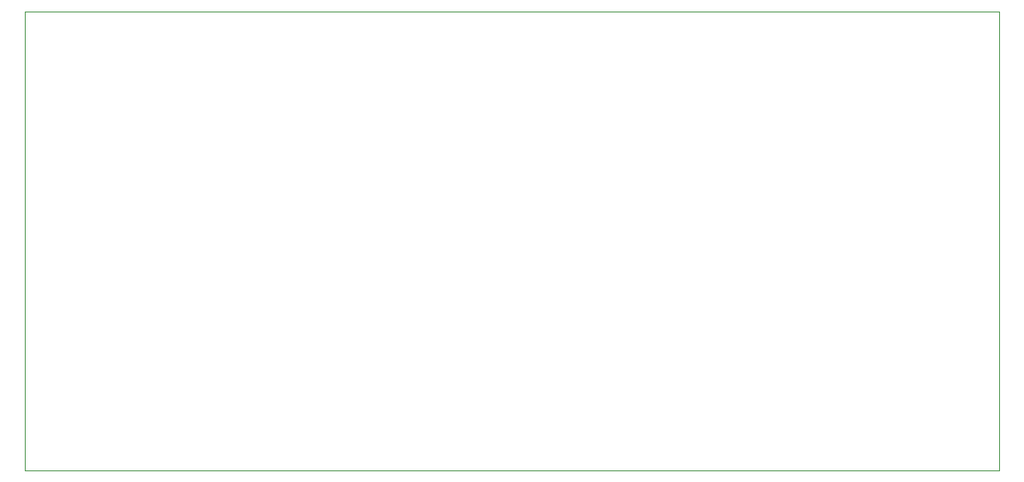
<source format=gbr>
%TF.GenerationSoftware,KiCad,Pcbnew,(5.1.9)-1*%
%TF.CreationDate,2021-12-16T02:45:32+03:00*%
%TF.ProjectId,pcb-heater,7063622d-6865-4617-9465-722e6b696361,rev?*%
%TF.SameCoordinates,Original*%
%TF.FileFunction,Profile,NP*%
%FSLAX46Y46*%
G04 Gerber Fmt 4.6, Leading zero omitted, Abs format (unit mm)*
G04 Created by KiCad (PCBNEW (5.1.9)-1) date 2021-12-16 02:45:32*
%MOMM*%
%LPD*%
G01*
G04 APERTURE LIST*
%TA.AperFunction,Profile*%
%ADD10C,0.050000*%
%TD*%
G04 APERTURE END LIST*
D10*
X143510000Y-76200000D02*
X143510000Y-123190000D01*
X43815000Y-76200000D02*
X143510000Y-76200000D01*
X43815000Y-123190000D02*
X43815000Y-76200000D01*
X43815000Y-123190000D02*
X143510000Y-123190000D01*
M02*

</source>
